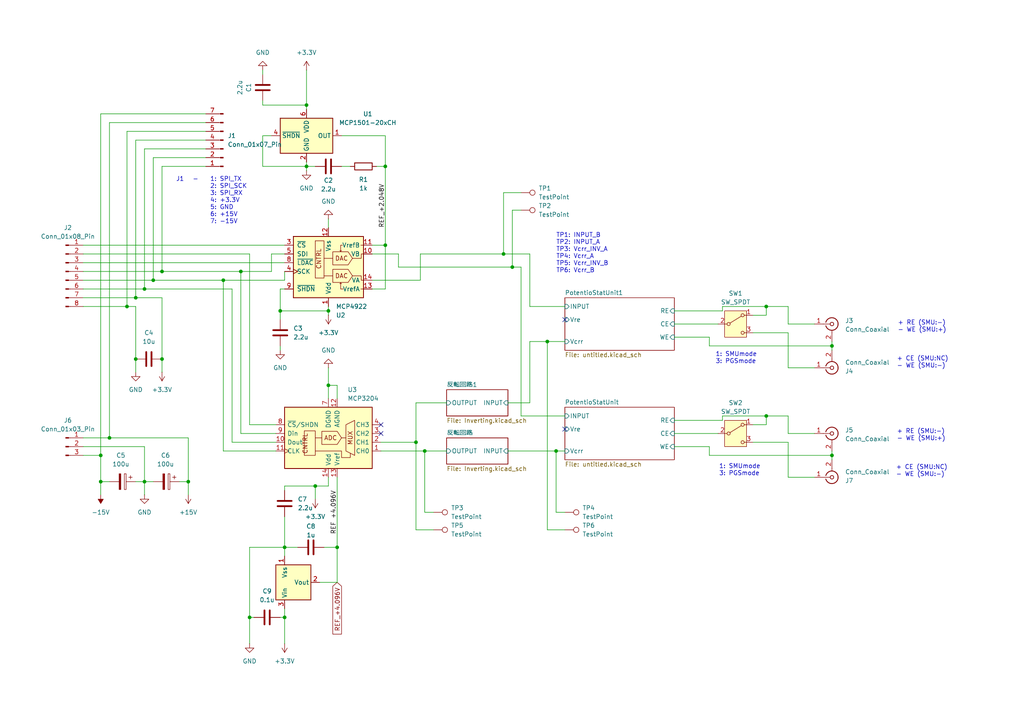
<source format=kicad_sch>
(kicad_sch (version 20250114) (generator "eeschema") (generator_version "9.0")
  (paper "A4")
  (lib_symbols
    (symbol "Analog_ADC:MCP3204" (pin_names (offset 0.762))
      (property "Reference" "U" (at -5.08 10.795 0))
      (property "Value" "MCP3204" (at -5.08 8.89 0))
      (symbol "MCP3204_0_0"
        (text "MUX" (at -6.35 -1.27 900) (effects (font (size 1.27 1.27))))
        (text "ADC" (at -0.635 -1.27 0) (effects (font (size 1.27 1.27))))
        (text "CNTRL" (at 5.969 -2.667 900) (effects (font (size 1.27 1.27)) (justify left bottom)))
      )
      (symbol "MCP3204_0_1"
        (polyline (pts (xy -7.62 3.81) (xy -7.62 -6.35) (xy -5.08 -5.08) (xy -5.08 2.54) (xy -7.62 3.81)))
        (polyline (pts (xy -5.08 -1.27) (xy -3.81 -1.27)))
        (polyline (pts (xy -3.81 -1.27) (xy -2.54 0.635) (xy 1.905 0.635) (xy 1.905 -3.175) (xy -2.54 -3.175) (xy -3.81 -1.27)))
        (polyline (pts (xy 1.905 -1.27) (xy 3.81 -1.27)))
        (polyline (pts (xy 3.81 2.54) (xy -3.81 2.54) (xy -3.81 4.445) (xy -6.35 4.445) (xy -6.35 3.175)))
        (rectangle (start 3.81 -3.302) (end 6.985 3.81))
        (rectangle (start 12.7 7.62) (end -12.7 -10.16) (stroke (width 0.254)) (fill (type background)))
      )
      (symbol "MCP3204_1_1"
        (pin input line (at -15.24 2.54 0) (length 2.54) (name "CH0") (number "1"))
        (pin input line (at -15.24 0 0) (length 2.54) (name "CH1") (number "2"))
        (pin input line (at -15.24 -2.54 0) (length 2.54) (name "CH2") (number "3"))
        (pin input line (at -15.24 -5.08 0) (length 2.54) (name "CH3") (number "4"))
        (pin no_connect line (at -10.16 -10.16 90) (length 2.54) (hide yes) (name "NC") (number "5"))
        (pin no_connect line (at -7.62 -10.16 90) (length 2.54) (hide yes) (name "NC") (number "6"))
        (pin power_in line (at -2.54 10.16 270) (length 2.54) (name "Vref") (number "13"))
        (pin power_in line (at -2.54 -12.7 90) (length 2.54) (name "AGND") (number "12"))
        (pin power_in line (at 0 10.16 270) (length 2.54) (name "Vdd") (number "14"))
        (pin power_in line (at 0 -12.7 90) (length 2.54) (name "DGND") (number "7"))
        (pin input clock (at 15.24 2.54 180) (length 2.54) (name "CLK") (number "11"))
        (pin output line (at 15.24 0 180) (length 2.54) (name "Dout") (number "10"))
        (pin input line (at 15.24 -2.54 180) (length 2.54) (name "Din") (number "9"))
        (pin input line (at 15.24 -5.08 180) (length 2.54) (name "~{CS}/SHDN") (number "8"))
      )
    )
    (symbol "Analog_DAC:MCP4922" (pin_names (offset 1.016))
      (property "Reference" "U" (at -1.905 10.795 0))
      (property "Value" "MCP4922" (at -1.905 8.89 0))
      (symbol "MCP4922_0_0"
        (polyline (pts (xy 3.556 3.302) (xy 3.302 3.556)))
        (polyline (pts (xy 3.556 3.302) (xy 3.81 3.556)))
        (polyline (pts (xy 3.556 -5.842) (xy 3.302 -6.096)))
        (polyline (pts (xy 3.556 -5.842) (xy 3.81 -6.096)))
        (polyline (pts (xy 4.064 -7.62) (xy 3.556 -7.62) (xy 3.556 -5.842)))
        (polyline (pts (xy 4.318 5.08) (xy 3.556 5.08) (xy 3.556 3.302)))
        (polyline (pts (xy 6.985 1.27) (xy 9.525 1.27) (xy 9.525 2.54) (xy 10.16 2.54)))
        (polyline (pts (xy 6.985 -3.81) (xy 9.525 -3.81) (xy 9.525 -5.08) (xy 10.16 -5.08)))
        (polyline (pts (xy 10.16 5.08) (xy 9.398 5.08)))
        (polyline (pts (xy 10.16 -7.62) (xy 9.398 -7.62)))
        (text "CNTRL" (at -2.032 -6.731 900) (effects (font (size 1.27 1.27)) (justify left bottom)))
        (text "DAC" (at 3.81 1.27 0) (effects (font (size 1.27 1.27))))
        (text "DAC" (at 3.81 -3.81 0) (effects (font (size 1.27 1.27))))
      )
      (symbol "MCP4922_0_1"
        (rectangle (start -10.16 7.62) (end 10.16 -10.16) (stroke (width 0.254)) (fill (type background)))
        (rectangle (start -1.27 -8.89) (end -3.81 1.905))
        (polyline (pts (xy 1.27 1.27) (xy -1.27 1.27)))
        (polyline (pts (xy 1.27 -3.81) (xy -1.27 -3.81)))
        (polyline (pts (xy 6.985 1.27) (xy 5.715 3.175) (xy 1.27 3.175) (xy 1.27 -0.635) (xy 5.715 -0.635) (xy 6.985 1.27)))
        (polyline (pts (xy 6.985 -3.81) (xy 5.715 -1.905) (xy 1.27 -1.905) (xy 1.27 -5.715) (xy 5.715 -5.715) (xy 6.985 -3.81)))
      )
      (symbol "MCP4922_1_1"
        (pin input line (at -12.7 5.08 0) (length 2.54) (name "~{SHDN}") (number "9"))
        (pin input clock (at -12.7 0 0) (length 2.54) (name "SCK") (number "4"))
        (pin input line (at -12.7 -2.54 0) (length 2.54) (name "~{LDAC}") (number "8"))
        (pin input line (at -12.7 -5.08 0) (length 2.54) (name "SDI") (number "5"))
        (pin input line (at -12.7 -7.62 0) (length 2.54) (name "~{CS}") (number "3"))
        (pin no_connect line (at -7.62 -10.16 90) (length 2.54) (hide yes) (name "NC") (number "2"))
        (pin no_connect line (at -5.08 -10.16 90) (length 2.54) (hide yes) (name "NC") (number "6"))
        (pin no_connect line (at -2.54 -10.16 90) (length 2.54) (hide yes) (name "NC") (number "7"))
        (pin power_in line (at 0 10.16 270) (length 2.54) (name "Vdd") (number "1"))
        (pin power_in line (at 0 -12.7 90) (length 2.54) (name "Vss") (number "12"))
        (pin input line (at 12.7 5.08 180) (length 2.54) (name "VrefA") (number "13"))
        (pin output line (at 12.7 2.54 180) (length 2.54) (name "VA") (number "14"))
        (pin output line (at 12.7 -5.08 180) (length 2.54) (name "VB") (number "10"))
        (pin input line (at 12.7 -7.62 180) (length 2.54) (name "VrefB") (number "11"))
      )
    )
    (symbol "Connector:Conn_01x03_Pin" (pin_names (offset 1.016) (hide yes))
      (property "Reference" "J" (at 0 5.08 0))
      (property "Value" "Conn_01x03_Pin" (at 0 -5.08 0))
      (symbol "Conn_01x03_Pin_1_1"
        (rectangle (start 0.8636 2.667) (end 0 2.413) (stroke (width 0.1524)) (fill (type outline)))
        (rectangle (start 0.8636 0.127) (end 0 -0.127) (stroke (width 0.1524)) (fill (type outline)))
        (rectangle (start 0.8636 -2.413) (end 0 -2.667) (stroke (width 0.1524)) (fill (type outline)))
        (polyline (pts (xy 1.27 2.54) (xy 0.8636 2.54)) (stroke (width 0.1524)))
        (polyline (pts (xy 1.27 0) (xy 0.8636 0)) (stroke (width 0.1524)))
        (polyline (pts (xy 1.27 -2.54) (xy 0.8636 -2.54)) (stroke (width 0.1524)))
        (pin passive line (at 5.08 2.54 180) (length 3.81) (name "Pin_1") (number "1"))
        (pin passive line (at 5.08 0 180) (length 3.81) (name "Pin_2") (number "2"))
        (pin passive line (at 5.08 -2.54 180) (length 3.81) (name "Pin_3") (number "3"))
      )
    )
    (symbol "Connector:Conn_01x07_Pin" (pin_names (offset 1.016) (hide yes))
      (property "Reference" "J" (at 0 10.16 0))
      (property "Value" "Conn_01x07_Pin" (at 0 -10.16 0))
      (symbol "Conn_01x07_Pin_1_1"
        (rectangle (start 0.8636 7.747) (end 0 7.493) (stroke (width 0.1524)) (fill (type outline)))
        (rectangle (start 0.8636 5.207) (end 0 4.953) (stroke (width 0.1524)) (fill (type outline)))
        (rectangle (start 0.8636 2.667) (end 0 2.413) (stroke (width 0.1524)) (fill (type outline)))
        (rectangle (start 0.8636 0.127) (end 0 -0.127) (stroke (width 0.1524)) (fill (type outline)))
        (rectangle (start 0.8636 -2.413) (end 0 -2.667) (stroke (width 0.1524)) (fill (type outline)))
        (rectangle (start 0.8636 -4.953) (end 0 -5.207) (stroke (width 0.1524)) (fill (type outline)))
        (rectangle (start 0.8636 -7.493) (end 0 -7.747) (stroke (width 0.1524)) (fill (type outline)))
        (polyline (pts (xy 1.27 7.62) (xy 0.8636 7.62)) (stroke (width 0.1524)))
        (polyline (pts (xy 1.27 5.08) (xy 0.8636 5.08)) (stroke (width 0.1524)))
        (polyline (pts (xy 1.27 2.54) (xy 0.8636 2.54)) (stroke (width 0.1524)))
        (polyline (pts (xy 1.27 0) (xy 0.8636 0)) (stroke (width 0.1524)))
        (polyline (pts (xy 1.27 -2.54) (xy 0.8636 -2.54)) (stroke (width 0.1524)))
        (polyline (pts (xy 1.27 -5.08) (xy 0.8636 -5.08)) (stroke (width 0.1524)))
        (polyline (pts (xy 1.27 -7.62) (xy 0.8636 -7.62)) (stroke (width 0.1524)))
        (pin passive line (at 5.08 7.62 180) (length 3.81) (name "Pin_1") (number "1"))
        (pin passive line (at 5.08 5.08 180) (length 3.81) (name "Pin_2") (number "2"))
        (pin passive line (at 5.08 2.54 180) (length 3.81) (name "Pin_3") (number "3"))
        (pin passive line (at 5.08 0 180) (length 3.81) (name "Pin_4") (number "4"))
        (pin passive line (at 5.08 -2.54 180) (length 3.81) (name "Pin_5") (number "5"))
        (pin passive line (at 5.08 -5.08 180) (length 3.81) (name "Pin_6") (number "6"))
        (pin passive line (at 5.08 -7.62 180) (length 3.81) (name "Pin_7") (number "7"))
      )
    )
    (symbol "Connector:Conn_01x08_Pin" (pin_names (offset 1.016) (hide yes))
      (property "Reference" "J" (at 0 10.16 0))
      (property "Value" "Conn_01x08_Pin" (at 0 -12.7 0))
      (symbol "Conn_01x08_Pin_1_1"
        (rectangle (start 0.8636 7.747) (end 0 7.493) (stroke (width 0.1524)) (fill (type outline)))
        (rectangle (start 0.8636 5.207) (end 0 4.953) (stroke (width 0.1524)) (fill (type outline)))
        (rectangle (start 0.8636 2.667) (end 0 2.413) (stroke (width 0.1524)) (fill (type outline)))
        (rectangle (start 0.8636 0.127) (end 0 -0.127) (stroke (width 0.1524)) (fill (type outline)))
        (rectangle (start 0.8636 -2.413) (end 0 -2.667) (stroke (width 0.1524)) (fill (type outline)))
        (rectangle (start 0.8636 -4.953) (end 0 -5.207) (stroke (width 0.1524)) (fill (type outline)))
        (rectangle (start 0.8636 -7.493) (end 0 -7.747) (stroke (width 0.1524)) (fill (type outline)))
        (rectangle (start 0.8636 -10.033) (end 0 -10.287) (stroke (width 0.1524)) (fill (type outline)))
        (polyline (pts (xy 1.27 7.62) (xy 0.8636 7.62)) (stroke (width 0.1524)))
        (polyline (pts (xy 1.27 5.08) (xy 0.8636 5.08)) (stroke (width 0.1524)))
        (polyline (pts (xy 1.27 2.54) (xy 0.8636 2.54)) (stroke (width 0.1524)))
        (polyline (pts (xy 1.27 0) (xy 0.8636 0)) (stroke (width 0.1524)))
        (polyline (pts (xy 1.27 -2.54) (xy 0.8636 -2.54)) (stroke (width 0.1524)))
        (polyline (pts (xy 1.27 -5.08) (xy 0.8636 -5.08)) (stroke (width 0.1524)))
        (polyline (pts (xy 1.27 -7.62) (xy 0.8636 -7.62)) (stroke (width 0.1524)))
        (polyline (pts (xy 1.27 -10.16) (xy 0.8636 -10.16)) (stroke (width 0.1524)))
        (pin passive line (at 5.08 7.62 180) (length 3.81) (name "Pin_1") (number "1"))
        (pin passive line (at 5.08 5.08 180) (length 3.81) (name "Pin_2") (number "2"))
        (pin passive line (at 5.08 2.54 180) (length 3.81) (name "Pin_3") (number "3"))
        (pin passive line (at 5.08 0 180) (length 3.81) (name "Pin_4") (number "4"))
        (pin passive line (at 5.08 -2.54 180) (length 3.81) (name "Pin_5") (number "5"))
        (pin passive line (at 5.08 -5.08 180) (length 3.81) (name "Pin_6") (number "6"))
        (pin passive line (at 5.08 -7.62 180) (length 3.81) (name "Pin_7") (number "7"))
        (pin passive line (at 5.08 -10.16 180) (length 3.81) (name "Pin_8") (number "8"))
      )
    )
    (symbol "Connector:Conn_Coaxial" (pin_names (offset 1.016) (hide yes))
      (property "Reference" "J" (at 0.254 3.048 0))
      (property "Value" "Conn_Coaxial" (at 2.921 0 90))
      (symbol "Conn_Coaxial_0_1"
        (polyline (pts (xy -2.54 0) (xy -0.508 0)))
        (arc (start 1.778 0) (mid 0.222 -1.8079) (end -1.778 -0.508) (stroke (width 0.254)))
        (arc (start -1.778 0.508) (mid 0.2221 1.8084) (end 1.778 0) (stroke (width 0.254)))
        (circle (center 0 0) (radius 0.508) (stroke (width 0.2032)))
        (polyline (pts (xy 0 -2.54) (xy 0 -1.778)))
      )
      (symbol "Conn_Coaxial_1_1"
        (pin passive line (at -5.08 0 0) (length 2.54) (name "In") (number "1"))
        (pin passive line (at 0 -5.08 90) (length 2.54) (name "Ext") (number "2"))
      )
    )
    (symbol "Connector:TestPoint" (pin_numbers (hide yes)) (pin_names (offset 0.762) (hide yes))
      (property "Reference" "TP" (at 0 6.858 0))
      (property "Value" "TestPoint" (at 0 5.08 0))
      (symbol "TestPoint_0_1"
        (circle (center 0 3.302) (radius 0.762))
      )
      (symbol "TestPoint_1_1"
        (pin passive line (at 0 0 90) (length 2.54) (name "1") (number "1"))
      )
    )
    (symbol "Device:C" (pin_numbers (hide yes)) (pin_names (offset 0.254))
      (property "Reference" "C" (at 0.635 2.54 0))
      (property "Value" "C" (at 0.635 -2.54 0))
      (symbol "C_0_1"
        (polyline (pts (xy -2.032 0.762) (xy 2.032 0.762)) (stroke (width 0.508)))
        (polyline (pts (xy -2.032 -0.762) (xy 2.032 -0.762)) (stroke (width 0.508)))
      )
      (symbol "C_1_1"
        (pin passive line (at 0 3.81 270) (length 2.794) (name "~") (number "1"))
        (pin passive line (at 0 -3.81 90) (length 2.794) (name "~") (number "2"))
      )
    )
    (symbol "Device:C_Polarized" (pin_numbers (hide yes)) (pin_names (offset 0.254))
      (property "Reference" "C" (at 0.635 2.54 0))
      (property "Value" "C_Polarized" (at 0.635 -2.54 0))
      (symbol "C_Polarized_0_1"
        (rectangle (start -2.286 0.508) (end 2.286 1.016))
        (polyline (pts (xy -1.778 2.286) (xy -0.762 2.286)))
        (polyline (pts (xy -1.27 2.794) (xy -1.27 1.778)))
        (rectangle (start 2.286 -0.508) (end -2.286 -1.016) (fill (type outline)))
      )
      (symbol "C_Polarized_1_1"
        (pin passive line (at 0 3.81 270) (length 2.794) (name "~") (number "1"))
        (pin passive line (at 0 -3.81 90) (length 2.794) (name "~") (number "2"))
      )
    )
    (symbol "Device:R" (pin_numbers (hide yes)) (pin_names (offset 0))
      (property "Reference" "R" (at 2.032 0 90))
      (property "Value" "R" (at 0 0 90))
      (symbol "R_0_1"
        (rectangle (start -1.016 -2.54) (end 1.016 2.54) (stroke (width 0.254)))
      )
      (symbol "R_1_1"
        (pin passive line (at 0 3.81 270) (length 1.27) (name "~") (number "1"))
        (pin passive line (at 0 -3.81 90) (length 1.27) (name "~") (number "2"))
      )
    )
    (symbol "Reference_Voltage:MCP1501-20xCH"
      (property "Reference" "U" (at -6.35 6.35 0))
      (property "Value" "MCP1501-20xCH" (at 10.16 6.35 0))
      (symbol "MCP1501-20xCH_0_0"
        (pin input line (at -10.16 0 0) (length 2.54) (name "~{SHDN}") (number "4"))
        (pin power_in line (at 0 7.62 270) (length 2.54) (name "VDD") (number "6"))
        (pin power_in line (at 0 -7.62 90) (length 2.54) (name "GND") (number "2"))
        (pin passive line (at 0 -7.62 90) (length 2.54) (hide yes) (name "GND") (number "3"))
        (pin passive line (at 0 -7.62 90) (length 2.54) (hide yes) (name "GND") (number "5"))
        (pin power_out line (at 10.16 0 180) (length 2.54) (name "OUT") (number "1"))
      )
      (symbol "MCP1501-20xCH_0_1"
        (rectangle (start -7.62 5.08) (end 7.62 -5.08) (stroke (width 0.254)) (fill (type background)))
      )
    )
    (symbol "Reference_Voltage:MCP1541-TO"
      (property "Reference" "U" (at 1.27 8.89 0))
      (property "Value" "MCP1541-TO" (at 1.27 6.35 0))
      (symbol "MCP1541-TO_0_1"
        (rectangle (start -2.54 5.08) (end 7.62 -5.08) (stroke (width 0.254)) (fill (type background)))
      )
      (symbol "MCP1541-TO_1_1"
        (pin power_in line (at 0 7.62 270) (length 2.54) (name "Vin") (number "3"))
        (pin power_in line (at 0 -7.62 90) (length 2.54) (name "Vss") (number "1"))
        (pin power_out line (at 10.16 0 180) (length 2.54) (name "Vout") (number "2"))
      )
    )
    (symbol "Switch:SW_SPDT" (pin_names (offset 0) (hide yes))
      (property "Reference" "SW" (at 0 5.08 0))
      (property "Value" "SW_SPDT" (at 0 -5.08 0))
      (symbol "SW_SPDT_0_1"
        (circle (center -2.032 0) (radius 0.4572))
        (polyline (pts (xy -1.651 0.254) (xy 1.651 2.286)))
        (circle (center 2.032 2.54) (radius 0.4572))
        (circle (center 2.032 -2.54) (radius 0.4572))
      )
      (symbol "SW_SPDT_1_1"
        (rectangle (start -3.175 3.81) (end 3.175 -3.81) (fill (type background)))
        (pin passive line (at -5.08 0 0) (length 2.54) (name "B") (number "2"))
        (pin passive line (at 5.08 2.54 180) (length 2.54) (name "A") (number "1"))
        (pin passive line (at 5.08 -2.54 180) (length 2.54) (name "C") (number "3"))
      )
    )
    (symbol "power:+15V" (power) (pin_numbers (hide yes)) (pin_names (offset 0) (hide yes))
      (property "Value" "+15V" (at 0 3.556 0))
      (symbol "+15V_0_1"
        (polyline (pts (xy -0.762 1.27) (xy 0 2.54)))
        (polyline (pts (xy 0 2.54) (xy 0.762 1.27)))
        (polyline (pts (xy 0 0) (xy 0 2.54)))
      )
      (symbol "+15V_1_1"
        (pin power_in line (at 0 0 90) (length 0) (name "~") (number "1"))
      )
    )
    (symbol "power:+3.3V" (power) (pin_numbers (hide yes)) (pin_names (offset 0) (hide yes))
      (property "Value" "+3.3V" (at 0 3.556 0))
      (symbol "+3.3V_0_1"
        (polyline (pts (xy -0.762 1.27) (xy 0 2.54)))
        (polyline (pts (xy 0 2.54) (xy 0.762 1.27)))
        (polyline (pts (xy 0 0) (xy 0 2.54)))
      )
      (symbol "+3.3V_1_1"
        (pin power_in line (at 0 0 90) (length 0) (name "~") (number "1"))
      )
    )
    (symbol "power:-15V" (power) (pin_numbers (hide yes)) (pin_names (offset 0) (hide yes))
      (property "Value" "-15V" (at 0 3.556 0))
      (symbol "-15V_0_0"
        (pin power_in line (at 0 0 90) (length 0) (name "~") (number "1"))
      )
      (symbol "-15V_0_1"
        (polyline (pts (xy 0 0) (xy 0 1.27) (xy 0.762 1.27) (xy 0 2.54) (xy -0.762 1.27) (xy 0 1.27)) (fill (type outline)))
      )
    )
    (symbol "power:GND" (power) (pin_numbers (hide yes)) (pin_names (offset 0) (hide yes))
      (property "Value" "GND" (at 0 -3.81 0))
      (symbol "GND_0_1"
        (polyline (pts (xy 0 0) (xy 0 -1.27) (xy 1.27 -1.27) (xy 0 -2.54) (xy -1.27 -1.27) (xy 0 -1.27)))
      )
      (symbol "GND_1_1"
        (pin power_in line (at 0 0 270) (length 0) (name "~") (number "1"))
      )
    )
  )
  (text "+ RE (SMU:-)\n- WE (SMU:+)" (at 260.096 124.46 0) (effects (font (size 1.27 1.27)) (justify left top)))
  (text "1: SMUmode\n3: PGSmode" (at 207.518 102.108 0) (effects (font (size 1.27 1.27)) (justify left top)))
  (text "J1	-	1: SPI_TX\n		2: SPI_SCK\n		3: SPI_RX\n		4: +3.3V\n		5: GND\n		6: +15V\n		7: -15V" (at 51.054 51.308 0) (effects (font (size 1.27 1.27)) (justify left top)))
  (text "+ CE (SMU:NC)\n- WE (SMU:-)" (at 259.842 134.874 0) (effects (font (size 1.27 1.27)) (justify left top)))
  (text "+ CE (SMU:NC)\n- WE (SMU:-)" (at 260.096 103.378 0) (effects (font (size 1.27 1.27)) (justify left top)))
  (text "TP1: INPUT_B\nTP2: INPUT_A\nTP3: Vcrr_INV_A\nTP4: Vcrr_A\nTP5: Vcrr_INV_B\nTP6: Vcrr_B" (at 161.29 67.564 0) (effects (font (size 1.27 1.27)) (justify left top)))
  (text "+ RE (SMU:-)\n- WE (SMU:+)" (at 260.35 92.964 0) (effects (font (size 1.27 1.27)) (justify left top)))
  (text "1: SMUmode\n3: PGSmode" (at 208.534 134.62 0) (effects (font (size 1.27 1.27)) (justify left top)))
  (junction (at 88.9 48.26))
  (junction (at 31.75 127))
  (junction (at 222.25 88.9))
  (junction (at 72.39 179.07))
  (junction (at 36.83 88.9))
  (junction (at 158.75 99.06))
  (junction (at 46.99 104.14))
  (junction (at 44.45 81.28))
  (junction (at 241.3 132.08))
  (junction (at 29.21 139.7))
  (junction (at 64.77 81.28))
  (junction (at 46.99 78.74))
  (junction (at 54.61 139.7))
  (junction (at 29.21 132.08))
  (junction (at 97.79 158.75))
  (junction (at 148.59 77.47))
  (junction (at 111.76 71.12))
  (junction (at 41.91 139.7))
  (junction (at 95.25 111.76))
  (junction (at 39.37 104.14))
  (junction (at 161.29 130.81))
  (junction (at 88.9 30.48))
  (junction (at 95.25 90.17))
  (junction (at 222.25 120.65))
  (junction (at 41.91 83.82))
  (junction (at 69.85 78.74))
  (junction (at 82.55 179.07))
  (junction (at 91.44 140.97))
  (junction (at 123.19 130.81))
  (junction (at 120.65 128.27))
  (junction (at 39.37 86.36))
  (junction (at 81.28 90.17))
  (junction (at 241.3 100.33))
  (junction (at 146.05 73.66))
  (junction (at 111.76 48.26))
  (junction (at 82.55 158.75))
  (no_connect (at 163.83 92.71))
  (no_connect (at 110.49 125.73))
  (no_connect (at 163.83 124.46))
  (no_connect (at 110.49 123.19))
  (wire (pts (xy 153.67 99.06) (xy 153.67 116.84)))
  (wire (pts (xy 78.74 39.37) (xy 76.2 39.37)))
  (wire (pts (xy 218.44 96.52) (xy 228.6 96.52)))
  (wire (pts (xy 24.13 73.66) (xy 72.39 73.66)))
  (wire (pts (xy 91.44 140.97) (xy 91.44 144.78)))
  (wire (pts (xy 205.74 129.54) (xy 205.74 132.08)))
  (wire (pts (xy 151.13 120.65) (xy 163.83 120.65)))
  (wire (pts (xy 52.07 139.7) (xy 54.61 139.7)))
  (wire (pts (xy 92.71 168.91) (xy 97.79 168.91)))
  (wire (pts (xy 41.91 43.18) (xy 59.69 43.18)))
  (wire (pts (xy 195.58 93.98) (xy 208.28 93.98)))
  (wire (pts (xy 81.28 92.71) (xy 81.28 90.17)))
  (wire (pts (xy 82.55 149.86) (xy 82.55 158.75)))
  (wire (pts (xy 39.37 40.64) (xy 59.69 40.64)))
  (wire (pts (xy 107.95 83.82) (xy 111.76 83.82)))
  (wire (pts (xy 88.9 49.53) (xy 88.9 48.26)))
  (wire (pts (xy 151.13 77.47) (xy 148.59 77.47)))
  (wire (pts (xy 24.13 88.9) (xy 36.83 88.9)))
  (wire (pts (xy 24.13 127) (xy 31.75 127)))
  (wire (pts (xy 93.98 158.75) (xy 97.79 158.75)))
  (wire (pts (xy 241.3 100.33) (xy 241.3 101.6)))
  (wire (pts (xy 146.05 55.88) (xy 146.05 73.66)))
  (wire (pts (xy 222.25 123.19) (xy 222.25 120.65)))
  (wire (pts (xy 110.49 128.27) (xy 120.65 128.27)))
  (wire (pts (xy 44.45 81.28) (xy 64.77 81.28)))
  (wire (pts (xy 82.55 140.97) (xy 82.55 142.24)))
  (wire (pts (xy 205.74 100.33) (xy 241.3 100.33)))
  (wire (pts (xy 228.6 106.68) (xy 228.6 96.52)))
  (wire (pts (xy 44.45 45.72) (xy 59.69 45.72)))
  (wire (pts (xy 209.55 121.92) (xy 209.55 120.65)))
  (wire (pts (xy 39.37 104.14) (xy 39.37 107.95)))
  (wire (pts (xy 24.13 71.12) (xy 82.55 71.12)))
  (wire (pts (xy 222.25 91.44) (xy 222.25 88.9)))
  (wire (pts (xy 241.3 132.08) (xy 241.3 133.35)))
  (wire (pts (xy 24.13 83.82) (xy 41.91 83.82)))
  (wire (pts (xy 46.99 86.36) (xy 46.99 104.14)))
  (wire (pts (xy 95.25 138.43) (xy 95.25 140.97)))
  (wire (pts (xy 146.05 73.66) (xy 121.92 73.66)))
  (wire (pts (xy 110.49 130.81) (xy 123.19 130.81)))
  (wire (pts (xy 95.25 106.68) (xy 95.25 111.76)))
  (wire (pts (xy 222.25 120.65) (xy 228.6 120.65)))
  (wire (pts (xy 46.99 78.74) (xy 46.99 48.26)))
  (wire (pts (xy 146.05 55.88) (xy 151.13 55.88)))
  (wire (pts (xy 76.2 30.48) (xy 88.9 30.48)))
  (wire (pts (xy 69.85 78.74) (xy 78.74 78.74)))
  (wire (pts (xy 88.9 48.26) (xy 88.9 46.99)))
  (wire (pts (xy 95.25 90.17) (xy 95.25 91.44)))
  (wire (pts (xy 205.74 132.08) (xy 241.3 132.08)))
  (wire (pts (xy 29.21 139.7) (xy 29.21 143.51)))
  (wire (pts (xy 153.67 73.66) (xy 153.67 88.9)))
  (wire (pts (xy 44.45 81.28) (xy 44.45 45.72)))
  (wire (pts (xy 228.6 106.68) (xy 236.22 106.68)))
  (wire (pts (xy 222.25 88.9) (xy 228.6 88.9)))
  (wire (pts (xy 39.37 139.7) (xy 41.91 139.7)))
  (wire (pts (xy 148.59 60.96) (xy 148.59 77.47)))
  (wire (pts (xy 111.76 48.26) (xy 111.76 71.12)))
  (wire (pts (xy 81.28 90.17) (xy 95.25 90.17)))
  (wire (pts (xy 24.13 132.08) (xy 29.21 132.08)))
  (wire (pts (xy 81.28 90.17) (xy 81.28 83.82)))
  (wire (pts (xy 88.9 20.32) (xy 88.9 30.48)))
  (wire (pts (xy 81.28 83.82) (xy 82.55 83.82)))
  (wire (pts (xy 91.44 140.97) (xy 82.55 140.97)))
  (wire (pts (xy 39.37 86.36) (xy 46.99 86.36)))
  (wire (pts (xy 80.01 125.73) (xy 69.85 125.73)))
  (wire (pts (xy 148.59 77.47) (xy 115.57 77.47)))
  (wire (pts (xy 81.28 179.07) (xy 82.55 179.07)))
  (wire (pts (xy 88.9 30.48) (xy 88.9 31.75)))
  (wire (pts (xy 111.76 71.12) (xy 107.95 71.12)))
  (wire (pts (xy 36.83 88.9) (xy 36.83 38.1)))
  (wire (pts (xy 76.2 48.26) (xy 88.9 48.26)))
  (wire (pts (xy 72.39 179.07) (xy 72.39 158.75)))
  (wire (pts (xy 41.91 83.82) (xy 41.91 43.18)))
  (wire (pts (xy 54.61 139.7) (xy 54.61 127)))
  (wire (pts (xy 121.92 81.28) (xy 107.95 81.28)))
  (wire (pts (xy 120.65 153.67) (xy 125.73 153.67)))
  (wire (pts (xy 158.75 153.67) (xy 163.83 153.67)))
  (wire (pts (xy 153.67 116.84) (xy 147.32 116.84)))
  (wire (pts (xy 72.39 158.75) (xy 82.55 158.75)))
  (wire (pts (xy 115.57 73.66) (xy 107.95 73.66)))
  (wire (pts (xy 29.21 132.08) (xy 29.21 139.7)))
  (wire (pts (xy 195.58 121.92) (xy 209.55 121.92)))
  (wire (pts (xy 218.44 128.27) (xy 228.6 128.27)))
  (wire (pts (xy 80.01 130.81) (xy 64.77 130.81)))
  (wire (pts (xy 31.75 127) (xy 54.61 127)))
  (wire (pts (xy 241.3 130.81) (xy 241.3 132.08)))
  (wire (pts (xy 91.44 140.97) (xy 95.25 140.97)))
  (wire (pts (xy 46.99 78.74) (xy 69.85 78.74)))
  (wire (pts (xy 161.29 148.59) (xy 163.83 148.59)))
  (wire (pts (xy 228.6 93.98) (xy 236.22 93.98)))
  (wire (pts (xy 163.83 99.06) (xy 158.75 99.06)))
  (wire (pts (xy 46.99 104.14) (xy 46.99 107.95)))
  (wire (pts (xy 148.59 60.96) (xy 151.13 60.96)))
  (wire (pts (xy 121.92 73.66) (xy 121.92 81.28)))
  (wire (pts (xy 120.65 128.27) (xy 120.65 153.67)))
  (wire (pts (xy 29.21 139.7) (xy 31.75 139.7)))
  (wire (pts (xy 123.19 130.81) (xy 123.19 148.59)))
  (wire (pts (xy 86.36 158.75) (xy 82.55 158.75)))
  (wire (pts (xy 129.54 116.84) (xy 120.65 116.84)))
  (wire (pts (xy 109.22 48.26) (xy 111.76 48.26)))
  (wire (pts (xy 81.28 100.33) (xy 81.28 101.6)))
  (wire (pts (xy 24.13 129.54) (xy 41.91 129.54)))
  (wire (pts (xy 228.6 138.43) (xy 228.6 128.27)))
  (wire (pts (xy 29.21 33.02) (xy 59.69 33.02)))
  (wire (pts (xy 78.74 78.74) (xy 78.74 73.66)))
  (wire (pts (xy 228.6 138.43) (xy 236.22 138.43)))
  (wire (pts (xy 80.01 123.19) (xy 72.39 123.19)))
  (wire (pts (xy 158.75 99.06) (xy 158.75 153.67)))
  (wire (pts (xy 123.19 130.81) (xy 129.54 130.81)))
  (wire (pts (xy 97.79 115.57) (xy 97.79 111.76)))
  (wire (pts (xy 195.58 97.79) (xy 205.74 97.79)))
  (wire (pts (xy 123.19 148.59) (xy 125.73 148.59)))
  (wire (pts (xy 24.13 78.74) (xy 46.99 78.74)))
  (wire (pts (xy 195.58 129.54) (xy 205.74 129.54)))
  (wire (pts (xy 31.75 35.56) (xy 59.69 35.56)))
  (wire (pts (xy 72.39 179.07) (xy 73.66 179.07)))
  (wire (pts (xy 64.77 81.28) (xy 64.77 130.81)))
  (wire (pts (xy 36.83 38.1) (xy 59.69 38.1)))
  (wire (pts (xy 146.05 73.66) (xy 153.67 73.66)))
  (wire (pts (xy 67.31 128.27) (xy 67.31 83.82)))
  (wire (pts (xy 111.76 83.82) (xy 111.76 71.12)))
  (wire (pts (xy 161.29 130.81) (xy 161.29 148.59)))
  (wire (pts (xy 41.91 83.82) (xy 67.31 83.82)))
  (wire (pts (xy 195.58 90.17) (xy 209.55 90.17)))
  (wire (pts (xy 95.25 63.5) (xy 95.25 66.04)))
  (wire (pts (xy 64.77 81.28) (xy 82.55 81.28)))
  (wire (pts (xy 95.25 111.76) (xy 95.25 115.57)))
  (wire (pts (xy 80.01 128.27) (xy 67.31 128.27)))
  (wire (pts (xy 76.2 30.48) (xy 76.2 29.21)))
  (wire (pts (xy 209.55 88.9) (xy 222.25 88.9)))
  (wire (pts (xy 36.83 88.9) (xy 39.37 88.9)))
  (wire (pts (xy 82.55 81.28) (xy 82.55 78.74)))
  (wire (pts (xy 147.32 130.81) (xy 161.29 130.81)))
  (wire (pts (xy 228.6 88.9) (xy 228.6 93.98)))
  (wire (pts (xy 158.75 99.06) (xy 153.67 99.06)))
  (wire (pts (xy 41.91 129.54) (xy 41.91 139.7)))
  (wire (pts (xy 41.91 139.7) (xy 41.91 143.51)))
  (wire (pts (xy 205.74 97.79) (xy 205.74 100.33)))
  (wire (pts (xy 41.91 139.7) (xy 44.45 139.7)))
  (wire (pts (xy 72.39 179.07) (xy 72.39 186.69)))
  (wire (pts (xy 82.55 158.75) (xy 82.55 161.29)))
  (wire (pts (xy 241.3 99.06) (xy 241.3 100.33)))
  (wire (pts (xy 24.13 76.2) (xy 82.55 76.2)))
  (wire (pts (xy 72.39 73.66) (xy 72.39 123.19)))
  (wire (pts (xy 228.6 120.65) (xy 228.6 125.73)))
  (wire (pts (xy 24.13 86.36) (xy 39.37 86.36)))
  (wire (pts (xy 120.65 116.84) (xy 120.65 128.27)))
  (wire (pts (xy 101.6 48.26) (xy 99.06 48.26)))
  (wire (pts (xy 39.37 86.36) (xy 39.37 40.64)))
  (wire (pts (xy 76.2 48.26) (xy 76.2 39.37)))
  (wire (pts (xy 24.13 81.28) (xy 44.45 81.28)))
  (wire (pts (xy 54.61 143.51) (xy 54.61 139.7)))
  (wire (pts (xy 209.55 90.17) (xy 209.55 88.9)))
  (wire (pts (xy 153.67 88.9) (xy 163.83 88.9)))
  (wire (pts (xy 97.79 158.75) (xy 97.79 168.91)))
  (wire (pts (xy 209.55 120.65) (xy 222.25 120.65)))
  (wire (pts (xy 31.75 127) (xy 31.75 35.56)))
  (wire (pts (xy 82.55 176.53) (xy 82.55 179.07)))
  (wire (pts (xy 76.2 20.32) (xy 76.2 21.59)))
  (wire (pts (xy 46.99 48.26) (xy 59.69 48.26)))
  (wire (pts (xy 39.37 88.9) (xy 39.37 104.14)))
  (wire (pts (xy 99.06 39.37) (xy 111.76 39.37)))
  (wire (pts (xy 97.79 111.76) (xy 95.25 111.76)))
  (wire (pts (xy 195.58 125.73) (xy 208.28 125.73)))
  (wire (pts (xy 97.79 138.43) (xy 97.79 158.75)))
  (wire (pts (xy 82.55 179.07) (xy 82.55 186.69)))
  (wire (pts (xy 218.44 123.19) (xy 222.25 123.19)))
  (wire (pts (xy 95.25 88.9) (xy 95.25 90.17)))
  (wire (pts (xy 218.44 91.44) (xy 222.25 91.44)))
  (wire (pts (xy 161.29 130.81) (xy 163.83 130.81)))
  (wire (pts (xy 228.6 125.73) (xy 236.22 125.73)))
  (wire (pts (xy 29.21 132.08) (xy 29.21 33.02)))
  (wire (pts (xy 69.85 78.74) (xy 69.85 125.73)))
  (wire (pts (xy 88.9 48.26) (xy 91.44 48.26)))
  (wire (pts (xy 151.13 77.47) (xy 151.13 120.65)))
  (wire (pts (xy 78.74 73.66) (xy 82.55 73.66)))
  (wire (pts (xy 115.57 77.47) (xy 115.57 73.66)))
  (wire (pts (xy 111.76 39.37) (xy 111.76 48.26)))
  (label "REF +4.096V" (at 97.79 154.94 90))
  (label "REF_+2.048V" (at 111.76 66.04 90))
  (global_label "REF_+4.096V" (shape input) (at 97.79 168.91 270) (property "Intersheetrefs" "${INTERSHEET_REFS}" (effects (hide yes))))
  (symbol (lib_id "Connector:TestPoint") (at 163.83 153.67 270) (unit 1)
    (property "Reference" "TP6" (at 168.91 152.3999 90) (effects (justify left)))
    (property "Value" "TestPoint" (at 168.91 154.9399 90) (effects (justify left)))
    (property "Footprint" "Connector_PinHeader_2.54mm:PinHeader_1x01_P2.54mm_Vertical" (effects (hide yes)))
    (property "Description" "test point" (effects (hide yes)))
  )
  (symbol (lib_id "Device:C") (at 76.2 25.4 0) (unit 1)
    (property "Reference" "C1" (at 72.136 25.4 90))
    (property "Value" "2.2u" (at 69.596 25.4 90))
    (property "Footprint" "Capacitor_SMD:C_0603_1608Metric" (effects (hide yes)))
    (property "Description" "Unpolarized capacitor" (effects (hide yes)))
    (property "Sim.Device" "C" (effects (hide yes)))
    (property "Sim.Type" "=" (effects (hide yes)))
    (property "Sim.Params" "c=2.2u" (effects (hide yes)))
    (property "Sim.Pins" "1=+ 2=-" (effects (hide yes)))
  )
  (symbol (lib_id "power:-15V") (at 29.21 143.51 180) (unit 1)
    (property "Reference" "#PWR010" (effects (hide yes)))
    (property "Value" "-15V" (at 29.21 148.59 0))
    (property "Description" "Power symbol creates a global label with name \"-15V\"" (effects (hide yes)))
  )
  (symbol (lib_id "Analog_ADC:MCP3204") (at 95.25 128.27 180) (unit 1)
    (property "Reference" "U3" (at 100.8065 113.03 0) (effects (justify right)))
    (property "Value" "MCP3204" (at 100.8065 115.57 0) (effects (justify right)))
    (property "Footprint" "Package_DIP:DIP-14_W7.62mm" (effects (hide yes)))
    (property "Datasheet" "http://ww1.microchip.com/downloads/en/DeviceDoc/21298c.pdf" (effects (hide yes)))
    (property "Description" "A/D Converter, 12-Bit, 4-Channel, SPI Interface, 2.7V-5.5V" (effects (hide yes)))
  )
  (symbol (lib_id "Switch:SW_SPDT") (at 213.36 125.73 0) (unit 1)
    (property "Reference" "SW2" (at 213.36 116.84 0))
    (property "Value" "SW_SPDT" (at 213.36 119.38 0))
    (property "Footprint" "Button_Switch_THT:SW_Slide-03_Wuerth-WS-SLTV_10x2.5x6.4_P2.54mm" (effects (hide yes)))
    (property "Description" "Switch, single pole double throw" (effects (hide yes)))
  )
  (symbol (lib_id "power:GND") (at 76.2 20.32 180) (unit 1)
    (property "Reference" "#PWR01" (effects (hide yes)))
    (property "Value" "GND" (at 76.2 15.24 0))
    (property "Description" "Power symbol creates a global label with name \"GND\" , ground" (effects (hide yes)))
  )
  (symbol (lib_id "power:+3.3V") (at 95.25 91.44 180) (unit 1)
    (property "Reference" "#PWR05" (effects (hide yes)))
    (property "Value" "+3.3V" (at 95.25 96.52 0))
    (property "Description" "Power symbol creates a global label with name \"+3.3V\"" (effects (hide yes)))
  )
  (symbol (lib_id "Connector:Conn_Coaxial") (at 241.3 138.43 0) (mirror x) (unit 1)
    (property "Reference" "J7" (at 245.11 139.4069 0) (effects (justify left)))
    (property "Value" "Conn_Coaxial" (at 245.11 136.8669 0) (effects (justify left)))
    (property "Footprint" "Connector_Coaxial:BNC_Amphenol_B6252HB-NPP3G-50_Horizontal" (effects (hide yes)))
    (property "Description" "coaxial connector (BNC, SMA, SMB, SMC, Cinch/RCA, LEMO, ...)" (effects (hide yes)))
  )
  (symbol (lib_id "Device:C_Polarized") (at 35.56 139.7 270) (unit 1)
    (property "Reference" "C5" (at 35.052 132.08 90))
    (property "Value" "100u" (at 35.052 134.62 90))
    (property "Footprint" "Capacitor_THT:CP_Radial_D5.0mm_P2.00mm" (effects (hide yes)))
    (property "Description" "Polarized capacitor" (effects (hide yes)))
  )
  (symbol (lib_id "Connector:Conn_01x07_Pin") (at 64.77 40.64 180) (unit 1)
    (property "Reference" "J1" (at 66.04 39.3699 0) (effects (justify right)))
    (property "Value" "Conn_01x07_Pin" (at 66.04 41.9099 0) (effects (justify right)))
    (property "Footprint" "Connector_PinHeader_2.54mm:PinHeader_1x08_P2.54mm_Vertical" (effects (hide yes)))
    (property "Description" "Generic connector, single row, 01x07, script generated" (effects (hide yes)))
  )
  (symbol (lib_id "Connector:Conn_Coaxial") (at 241.3 93.98 0) (unit 1)
    (property "Reference" "J3" (at 245.11 93.0031 0) (effects (justify left)))
    (property "Value" "Conn_Coaxial" (at 245.11 95.5431 0) (effects (justify left)))
    (property "Footprint" "Connector_Coaxial:BNC_Amphenol_B6252HB-NPP3G-50_Horizontal" (effects (hide yes)))
    (property "Description" "coaxial connector (BNC, SMA, SMB, SMC, Cinch/RCA, LEMO, ...)" (effects (hide yes)))
  )
  (symbol (lib_id "Connector:TestPoint") (at 125.73 153.67 270) (unit 1)
    (property "Reference" "TP5" (at 130.81 152.3999 90) (effects (justify left)))
    (property "Value" "TestPoint" (at 130.81 154.9399 90) (effects (justify left)))
    (property "Footprint" "Connector_PinHeader_2.54mm:PinHeader_1x01_P2.54mm_Vertical" (effects (hide yes)))
    (property "Description" "test point" (effects (hide yes)))
  )
  (symbol (lib_id "Device:C") (at 81.28 96.52 0) (unit 1)
    (property "Reference" "C3" (at 85.09 95.2499 0) (effects (justify left)))
    (property "Value" "2.2u" (at 85.09 97.7899 0) (effects (justify left)))
    (property "Footprint" "Capacitor_SMD:C_0603_1608Metric" (effects (hide yes)))
    (property "Description" "Unpolarized capacitor" (effects (hide yes)))
    (property "Sim.Device" "C" (effects (hide yes)))
    (property "Sim.Type" "=" (effects (hide yes)))
    (property "Sim.Params" "c=2.2u" (effects (hide yes)))
    (property "Sim.Pins" "1=+ 2=-" (effects (hide yes)))
  )
  (symbol (lib_id "Device:R") (at 105.41 48.26 270) (unit 1)
    (property "Reference" "R1" (at 105.41 52.07 90))
    (property "Value" "1k" (at 105.41 54.61 90))
    (property "Footprint" "Resistor_SMD:R_0603_1608Metric" (effects (hide yes)))
    (property "Description" "Resistor" (effects (hide yes)))
  )
  (symbol (lib_id "power:+3.3V") (at 46.99 107.95 180) (unit 1)
    (property "Reference" "#PWR09" (effects (hide yes)))
    (property "Value" "+3.3V" (at 46.99 113.03 0))
    (property "Description" "Power symbol creates a global label with name \"+3.3V\"" (effects (hide yes)))
  )
  (symbol (lib_id "Reference_Voltage:MCP1501-20xCH") (at 88.9 39.37 0) (unit 1)
    (property "Reference" "U1" (at 106.68 33.0514 0))
    (property "Value" "MCP1501-20xCH" (at 106.68 35.5914 0))
    (property "Footprint" "Package_TO_SOT_SMD:SOT-23-6" (effects (hide yes)))
    (property "Datasheet" "http://ww1.microchip.com/downloads/en/DeviceDoc/20005474E.pdf" (effects (hide yes)))
    (property "Description" "2.048V, 0.1%, 20mA, Precision Voltage Reference, SOT-23-6" (effects (hide yes)))
  )
  (symbol (lib_id "Connector:Conn_Coaxial") (at 241.3 106.68 0) (mirror x) (unit 1)
    (property "Reference" "J4" (at 245.11 107.6569 0) (effects (justify left)))
    (property "Value" "Conn_Coaxial" (at 245.11 105.1169 0) (effects (justify left)))
    (property "Footprint" "Connector_Coaxial:BNC_Amphenol_B6252HB-NPP3G-50_Horizontal" (effects (hide yes)))
    (property "Description" "coaxial connector (BNC, SMA, SMB, SMC, Cinch/RCA, LEMO, ...)" (effects (hide yes)))
  )
  (symbol (lib_id "Switch:SW_SPDT") (at 213.36 93.98 0) (unit 1)
    (property "Reference" "SW1" (at 213.36 85.09 0))
    (property "Value" "SW_SPDT" (at 213.36 87.63 0))
    (property "Footprint" "Button_Switch_THT:SW_Slide-03_Wuerth-WS-SLTV_10x2.5x6.4_P2.54mm" (effects (hide yes)))
    (property "Description" "Switch, single pole double throw" (effects (hide yes)))
  )
  (symbol (lib_id "Device:C") (at 95.25 48.26 90) (unit 1)
    (property "Reference" "C2" (at 95.25 52.324 90))
    (property "Value" "2.2u" (at 95.25 54.864 90))
    (property "Footprint" "Capacitor_SMD:C_0603_1608Metric" (effects (hide yes)))
    (property "Description" "Unpolarized capacitor" (effects (hide yes)))
    (property "Sim.Device" "C" (effects (hide yes)))
    (property "Sim.Type" "=" (effects (hide yes)))
    (property "Sim.Params" "c=2.2u" (effects (hide yes)))
    (property "Sim.Pins" "1=+ 2=-" (effects (hide yes)))
  )
  (symbol (lib_id "Connector:TestPoint") (at 151.13 55.88 270) (unit 1)
    (property "Reference" "TP1" (at 156.21 54.6099 90) (effects (justify left)))
    (property "Value" "TestPoint" (at 156.21 57.1499 90) (effects (justify left)))
    (property "Footprint" "Connector_PinHeader_2.54mm:PinHeader_1x01_P2.54mm_Vertical" (effects (hide yes)))
    (property "Description" "test point" (effects (hide yes)))
  )
  (symbol (lib_id "Connector:TestPoint") (at 125.73 148.59 270) (unit 1)
    (property "Reference" "TP3" (at 130.81 147.3199 90) (effects (justify left)))
    (property "Value" "TestPoint" (at 130.81 149.8599 90) (effects (justify left)))
    (property "Footprint" "Connector_PinHeader_2.54mm:PinHeader_1x01_P2.54mm_Vertical" (effects (hide yes)))
    (property "Description" "test point" (effects (hide yes)))
  )
  (symbol (lib_id "Device:C_Polarized") (at 48.26 139.7 270) (unit 1)
    (property "Reference" "C6" (at 48.006 132.08 90))
    (property "Value" "100u" (at 48.006 134.62 90))
    (property "Footprint" "Capacitor_THT:CP_Radial_D5.0mm_P2.00mm" (effects (hide yes)))
    (property "Description" "Polarized capacitor" (effects (hide yes)))
  )
  (symbol (lib_id "Connector:Conn_01x03_Pin") (at 19.05 129.54 0) (unit 1)
    (property "Reference" "J6" (at 19.685 121.92 0))
    (property "Value" "Conn_01x03_Pin" (at 19.685 124.46 0))
    (property "Footprint" "Connector_JST:JST_XH_B3B-XH-A_1x03_P2.50mm_Vertical" (effects (hide yes)))
    (property "Description" "Generic connector, single row, 01x03, script generated" (effects (hide yes)))
  )
  (symbol (lib_id "Device:C") (at 43.18 104.14 90) (unit 1)
    (property "Reference" "C4" (at 43.18 96.52 90))
    (property "Value" "10u" (at 43.18 99.06 90))
    (property "Footprint" "Capacitor_SMD:C_0603_1608Metric" (effects (hide yes)))
    (property "Description" "Unpolarized capacitor" (effects (hide yes)))
  )
  (symbol (lib_id "power:GND") (at 72.39 186.69 0) (unit 1)
    (property "Reference" "#PWR014" (effects (hide yes)))
    (property "Value" "GND" (at 72.39 191.77 0))
    (property "Description" "Power symbol creates a global label with name \"GND\" , ground" (effects (hide yes)))
  )
  (symbol (lib_id "power:GND") (at 41.91 143.51 0) (unit 1)
    (property "Reference" "#PWR011" (effects (hide yes)))
    (property "Value" "GND" (at 41.91 148.59 0))
    (property "Description" "Power symbol creates a global label with name \"GND\" , ground" (effects (hide yes)))
  )
  (symbol (lib_id "Connector:TestPoint") (at 151.13 60.96 270) (unit 1)
    (property "Reference" "TP2" (at 156.21 59.6899 90) (effects (justify left)))
    (property "Value" "TestPoint" (at 156.21 62.2299 90) (effects (justify left)))
    (property "Footprint" "Connector_PinHeader_2.54mm:PinHeader_1x01_P2.54mm_Vertical" (effects (hide yes)))
    (property "Description" "test point" (effects (hide yes)))
  )
  (symbol (lib_id "Device:C") (at 82.55 146.05 0) (unit 1)
    (property "Reference" "C7" (at 86.36 144.7799 0) (effects (justify left)))
    (property "Value" "2.2u" (at 86.36 147.3199 0) (effects (justify left)))
    (property "Footprint" "Capacitor_SMD:C_0603_1608Metric" (effects (hide yes)))
    (property "Description" "Unpolarized capacitor" (effects (hide yes)))
    (property "Sim.Device" "C" (effects (hide yes)))
    (property "Sim.Type" "=" (effects (hide yes)))
    (property "Sim.Params" "c=1u" (effects (hide yes)))
    (property "Sim.Pins" "1=+ 2=-" (effects (hide yes)))
  )
  (symbol (lib_id "power:+3.3V") (at 91.44 144.78 180) (unit 1)
    (property "Reference" "#PWR013" (effects (hide yes)))
    (property "Value" "+3.3V" (at 91.44 149.86 0))
    (property "Description" "Power symbol creates a global label with name \"+3.3V\"" (effects (hide yes)))
  )
  (symbol (lib_id "power:GND") (at 81.28 101.6 0) (unit 1)
    (property "Reference" "#PWR06" (effects (hide yes)))
    (property "Value" "GND" (at 81.28 106.68 0))
    (property "Description" "Power symbol creates a global label with name \"GND\" , ground" (effects (hide yes)))
  )
  (symbol (lib_id "power:+15V") (at 54.61 143.51 180) (unit 1)
    (property "Reference" "#PWR012" (effects (hide yes)))
    (property "Value" "+15V" (at 54.61 148.59 0))
    (property "Description" "Power symbol creates a global label with name \"+15V\"" (effects (hide yes)))
  )
  (symbol (lib_id "Connector:Conn_01x08_Pin") (at 19.05 78.74 0) (unit 1)
    (property "Reference" "J2" (at 19.685 66.04 0))
    (property "Value" "Conn_01x08_Pin" (at 19.685 68.58 0))
    (property "Footprint" "Connector_JST:JST_XH_B7B-XH-A_1x07_P2.50mm_Vertical" (effects (hide yes)))
    (property "Description" "Generic connector, single row, 01x08, script generated" (effects (hide yes)))
  )
  (symbol (lib_id "Device:C") (at 77.47 179.07 90) (unit 1)
    (property "Reference" "C9" (at 77.47 171.45 90))
    (property "Value" "0.1u" (at 77.47 173.99 90))
    (property "Footprint" "Capacitor_SMD:C_0603_1608Metric" (effects (hide yes)))
    (property "Description" "Unpolarized capacitor" (effects (hide yes)))
    (property "Sim.Device" "C" (effects (hide yes)))
    (property "Sim.Type" "=" (effects (hide yes)))
    (property "Sim.Params" "c=1u" (effects (hide yes)))
    (property "Sim.Pins" "1=+ 2=-" (effects (hide yes)))
  )
  (symbol (lib_id "Connector:Conn_Coaxial") (at 241.3 125.73 0) (unit 1)
    (property "Reference" "J5" (at 245.11 124.7531 0) (effects (justify left)))
    (property "Value" "Conn_Coaxial" (at 245.11 127.2931 0) (effects (justify left)))
    (property "Footprint" "Connector_Coaxial:BNC_Amphenol_B6252HB-NPP3G-50_Horizontal" (effects (hide yes)))
    (property "Description" "coaxial connector (BNC, SMA, SMB, SMC, Cinch/RCA, LEMO, ...)" (effects (hide yes)))
  )
  (symbol (lib_id "power:+3.3V") (at 88.9 20.32 0) (unit 1)
    (property "Reference" "#PWR02" (effects (hide yes)))
    (property "Value" "+3.3V" (at 88.9 15.24 0))
    (property "Description" "Power symbol creates a global label with name \"+3.3V\"" (effects (hide yes)))
  )
  (symbol (lib_id "power:+3.3V") (at 82.55 186.69 180) (unit 1)
    (property "Reference" "#PWR015" (effects (hide yes)))
    (property "Value" "+3.3V" (at 82.55 191.77 0))
    (property "Description" "Power symbol creates a global label with name \"+3.3V\"" (effects (hide yes)))
  )
  (symbol (lib_id "Analog_DAC:MCP4922") (at 95.25 78.74 0) (mirror x) (unit 1)
    (property "Reference" "U2" (at 97.4441 91.44 0) (effects (justify left)))
    (property "Value" "MCP4922" (at 97.4441 88.9 0) (effects (justify left)))
    (property "Footprint" "Package_DIP:DIP-14_W7.62mm" (effects (hide yes)))
    (property "Datasheet" "http://ww1.microchip.com/downloads/en/DeviceDoc/22250A.pdf" (effects (hide yes)))
    (property "Description" "2-Channel 12-Bit D/A Converters with SPI Interface" (effects (hide yes)))
  )
  (symbol (lib_id "power:GND") (at 88.9 49.53 0) (unit 1)
    (property "Reference" "#PWR03" (effects (hide yes)))
    (property "Value" "GND" (at 88.9 54.61 0))
    (property "Description" "Power symbol creates a global label with name \"GND\" , ground" (effects (hide yes)))
  )
  (symbol (lib_id "power:GND") (at 95.25 63.5 180) (unit 1)
    (property "Reference" "#PWR04" (effects (hide yes)))
    (property "Value" "GND" (at 95.25 58.42 0))
    (property "Description" "Power symbol creates a global label with name \"GND\" , ground" (effects (hide yes)))
  )
  (symbol (lib_id "power:GND") (at 95.25 106.68 180) (unit 1)
    (property "Reference" "#PWR07" (effects (hide yes)))
    (property "Value" "GND" (at 95.25 101.6 0))
    (property "Description" "Power symbol creates a global label with name \"GND\" , ground" (effects (hide yes)))
  )
  (symbol (lib_id "power:GND") (at 39.37 107.95 0) (unit 1)
    (property "Reference" "#PWR08" (effects (hide yes)))
    (property "Value" "GND" (at 39.37 113.03 0))
    (property "Description" "Power symbol creates a global label with name \"GND\" , ground" (effects (hide yes)))
  )
  (symbol (lib_id "Connector:TestPoint") (at 163.83 148.59 270) (unit 1)
    (property "Reference" "TP4" (at 168.91 147.3199 90) (effects (justify left)))
    (property "Value" "TestPoint" (at 168.91 149.8599 90) (effects (justify left)))
    (property "Footprint" "Connector_PinHeader_2.54mm:PinHeader_1x01_P2.54mm_Vertical" (effects (hide yes)))
    (property "Description" "test point" (effects (hide yes)))
  )
  (symbol (lib_id "Device:C") (at 90.17 158.75 90) (unit 1)
    (property "Reference" "C8" (at 90.17 152.654 90))
    (property "Value" "1u" (at 90.17 155.194 90))
    (property "Footprint" "Capacitor_SMD:C_0603_1608Metric" (effects (hide yes)))
    (property "Description" "Unpolarized capacitor" (effects (hide yes)))
    (property "Sim.Device" "C" (effects (hide yes)))
    (property "Sim.Type" "=" (effects (hide yes)))
    (property "Sim.Params" "c=1u" (effects (hide yes)))
    (property "Sim.Pins" "1=+ 2=-" (effects (hide yes)))
  )
  (symbol (lib_id "Reference_Voltage:MCP1541-TO") (at 82.55 168.91 0) (mirror x) (unit 1)
    (property "Reference" "U4" (effects (hide yes)))
    (property "Value" "MCP1541-TO" (effects (hide yes)))
    (property "Footprint" "Package_TO_SOT_THT:TO-92_Inline" (effects (hide yes)))
    (property "Datasheet" "http://ww1.microchip.com/downloads/en/devicedoc/21653b.pdf" (effects (hide yes)))
    (property "Description" "4.096V Voltage Reference, TO-92" (effects (hide yes)))
  )
  (sheet (at 163.83 118.11) (size 31.75 15.24) (stroke (width 0.1524))
    (property "Sheetname" "PotentioStatUnit" (at 163.83 117.3984 0) (effects (justify left bottom)))
    (property "Sheetfile" "untitled.kicad_sch" (at 163.83 133.9346 0) (effects (justify left top)))
    (pin "CE" input (at 195.58 125.73 0))
    (pin "RE" input (at 195.58 121.92 0))
    (pin "WE" input (at 195.58 129.54 0))
    (pin "Vcrr" input (at 163.83 130.81 180))
    (pin "INPUT" input (at 163.83 120.65 180))
    (pin "Vre" input (at 163.83 124.46 180))
  )
  (sheet (at 163.83 86.36) (size 31.75 15.24) (stroke (width 0.1524))
    (property "Sheetname" "PotentioStatUnit1" (at 163.83 85.6484 0) (effects (justify left bottom)))
    (property "Sheetfile" "untitled.kicad_sch" (at 163.83 102.1846 0) (effects (justify left top)))
    (pin "CE" input (at 195.58 93.98 0))
    (pin "RE" input (at 195.58 90.17 0))
    (pin "WE" input (at 195.58 97.79 0))
    (pin "Vcrr" input (at 163.83 99.06 180))
    (pin "INPUT" input (at 163.83 88.9 180))
    (pin "Vre" input (at 163.83 92.71 180))
  )
  (sheet (at 129.54 113.03) (size 17.78 7.62) (stroke (width 0.1524))
    (property "Sheetname" "反転回路1" (at 129.54 112.3184 0) (effects (justify left bottom)))
    (property "Sheetfile" "Inverting.kicad_sch" (at 129.54 121.2346 0) (effects (justify left top)))
    (pin "INPUT" input (at 147.32 116.84 0))
    (pin "OUTPUT" input (at 129.54 116.84 180))
  )
  (sheet (at 129.54 127) (size 17.78 7.62) (stroke (width 0.1524))
    (property "Sheetname" "反転回路" (at 129.54 126.2884 0) (effects (justify left bottom)))
    (property "Sheetfile" "Inverting.kicad_sch" (at 129.54 135.2046 0) (effects (justify left top)))
    (pin "INPUT" input (at 147.32 130.81 0))
    (pin "OUTPUT" input (at 129.54 130.81 180))
  )
)
</source>
